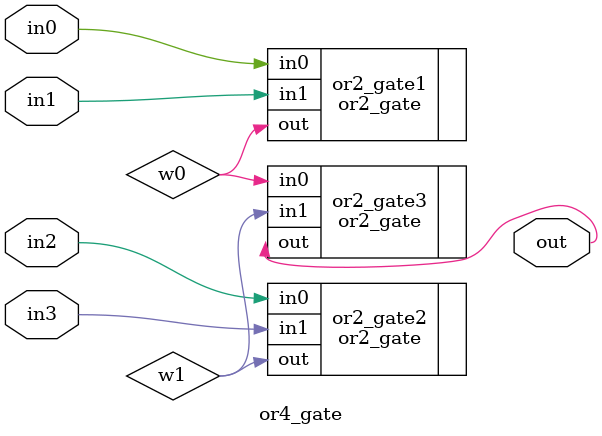
<source format=v>
`timescale 1ns / 1ps

module or4_gate(

    input in0,
    input in1,
    input in2,
    input in3,
    output out
    );
    
    wire w0;
    wire w1;
    
    or2_gate or2_gate1(
        .in0(in0),
        .in1(in1),
        .out(w0)
    );
    
    or2_gate or2_gate2(
        .in0(in2),
        .in1(in3),
        .out(w1)
    );
    
    or2_gate or2_gate3(
        .in0(w0),
        .in1(w1),
        .out(out)
    );
    
endmodule

</source>
